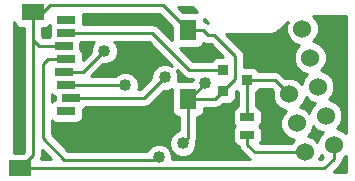
<source format=gtl>
G04 (created by PCBNEW-RS274X (2012-01-19 BZR 3256)-stable) date 12/05/2013 23:19:03*
G01*
G70*
G90*
%MOIN*%
G04 Gerber Fmt 3.4, Leading zero omitted, Abs format*
%FSLAX34Y34*%
G04 APERTURE LIST*
%ADD10C,0.006000*%
%ADD11C,0.060000*%
%ADD12R,0.059100X0.029500*%
%ADD13R,0.074800X0.055100*%
%ADD14R,0.055100X0.070900*%
%ADD15R,0.036000X0.036000*%
%ADD16R,0.045000X0.025000*%
%ADD17C,0.040000*%
%ADD18C,0.010000*%
G04 APERTURE END LIST*
G54D10*
G54D11*
X53729Y-37263D03*
X53280Y-39453D03*
X54246Y-39194D03*
X53211Y-35331D03*
X53021Y-38487D03*
X53987Y-38229D03*
X52763Y-37521D03*
X53470Y-36297D03*
G54D12*
X45340Y-35482D03*
X45340Y-35049D03*
X45261Y-35915D03*
X45340Y-36348D03*
X45340Y-38080D03*
X45497Y-37647D03*
X45340Y-37214D03*
X45261Y-36781D03*
G54D13*
X44218Y-34773D03*
X43785Y-39989D03*
G54D14*
X49395Y-35383D03*
X49395Y-37667D03*
G54D15*
X50575Y-37400D03*
X50575Y-36700D03*
X51375Y-37050D03*
G54D16*
X51375Y-38875D03*
X51375Y-38275D03*
G54D17*
X46600Y-36075D03*
X48625Y-36950D03*
X49225Y-39150D03*
X49975Y-37150D03*
X47300Y-37225D03*
X48425Y-39625D03*
G54D18*
X46600Y-36075D02*
X45894Y-36781D01*
X45894Y-36781D02*
X45261Y-36781D01*
X51375Y-39200D02*
X51375Y-38875D01*
X51628Y-39453D02*
X51375Y-39200D01*
X53280Y-39453D02*
X51628Y-39453D01*
X47928Y-37647D02*
X48625Y-36950D01*
X45497Y-37647D02*
X47928Y-37647D01*
X48562Y-34550D02*
X49395Y-35383D01*
X49395Y-38980D02*
X49395Y-37667D01*
X49458Y-37667D02*
X49395Y-37667D01*
X49975Y-37150D02*
X49458Y-37667D01*
X43785Y-39989D02*
X53936Y-39989D01*
X54246Y-39679D02*
X54246Y-39194D01*
X53936Y-39989D02*
X54246Y-39679D01*
X44218Y-34773D02*
X44577Y-34773D01*
X44218Y-39556D02*
X43785Y-39989D01*
X49225Y-39150D02*
X49395Y-38980D01*
X44218Y-35693D02*
X44440Y-35915D01*
X49883Y-35383D02*
X49395Y-35383D01*
X44440Y-35915D02*
X45261Y-35915D01*
X44218Y-34773D02*
X44218Y-35693D01*
X44218Y-35693D02*
X44218Y-39556D01*
X44577Y-34773D02*
X44800Y-34550D01*
X44800Y-34550D02*
X48562Y-34550D01*
X50050Y-35550D02*
X50275Y-35550D01*
X50975Y-37000D02*
X50575Y-37400D01*
X50975Y-36250D02*
X50975Y-37000D01*
X49395Y-37667D02*
X50308Y-37667D01*
X50308Y-37667D02*
X50575Y-37400D01*
X50275Y-35550D02*
X50975Y-36250D01*
X50050Y-35550D02*
X49883Y-35383D01*
X51375Y-37050D02*
X51375Y-38275D01*
X51375Y-37050D02*
X52292Y-37050D01*
X52292Y-37050D02*
X52763Y-37521D01*
X50575Y-36700D02*
X49425Y-36700D01*
X48207Y-35482D02*
X45340Y-35482D01*
X49425Y-36700D02*
X48207Y-35482D01*
X47300Y-37225D02*
X45351Y-37225D01*
X45351Y-37225D02*
X45340Y-37214D01*
X45340Y-36348D02*
X44727Y-36348D01*
X48350Y-39700D02*
X48425Y-39625D01*
X44727Y-36348D02*
X44550Y-36525D01*
X44550Y-36525D02*
X44550Y-38975D01*
X44550Y-38975D02*
X45275Y-39700D01*
X45275Y-39700D02*
X48350Y-39700D01*
G54D10*
G36*
X43918Y-39432D02*
X43885Y-39465D01*
X43605Y-39465D01*
X43605Y-35121D01*
X43633Y-35189D01*
X43703Y-35259D01*
X43794Y-35297D01*
X43893Y-35297D01*
X43918Y-35297D01*
X43918Y-35693D01*
X43918Y-39432D01*
X43918Y-39432D01*
G37*
G54D18*
X43918Y-39432D02*
X43885Y-39465D01*
X43605Y-39465D01*
X43605Y-35121D01*
X43633Y-35189D01*
X43703Y-35259D01*
X43794Y-35297D01*
X43893Y-35297D01*
X43918Y-35297D01*
X43918Y-35693D01*
X43918Y-39432D01*
G54D10*
G36*
X44804Y-35265D02*
X44796Y-35285D01*
X44796Y-35384D01*
X44796Y-35586D01*
X44767Y-35615D01*
X44564Y-35615D01*
X44518Y-35569D01*
X44518Y-35297D01*
X44641Y-35297D01*
X44733Y-35259D01*
X44795Y-35196D01*
X44796Y-35245D01*
X44804Y-35265D01*
X44804Y-35265D01*
G37*
G54D18*
X44804Y-35265D02*
X44796Y-35285D01*
X44796Y-35384D01*
X44796Y-35586D01*
X44767Y-35615D01*
X44564Y-35615D01*
X44518Y-35569D01*
X44518Y-35297D01*
X44641Y-35297D01*
X44733Y-35259D01*
X44795Y-35196D01*
X44796Y-35245D01*
X44804Y-35265D01*
G54D10*
G36*
X44840Y-39689D02*
X44482Y-39689D01*
X44495Y-39671D01*
X44518Y-39556D01*
X44518Y-39367D01*
X44840Y-39689D01*
X44840Y-39689D01*
G37*
G54D18*
X44840Y-39689D02*
X44482Y-39689D01*
X44495Y-39671D01*
X44518Y-39556D01*
X44518Y-39367D01*
X44840Y-39689D01*
G54D10*
G36*
X44953Y-37701D02*
X44904Y-37722D01*
X44850Y-37776D01*
X44850Y-37518D01*
X44904Y-37572D01*
X44953Y-37592D01*
X44953Y-37701D01*
X44953Y-37701D01*
G37*
G54D18*
X44953Y-37701D02*
X44904Y-37722D01*
X44850Y-37776D01*
X44850Y-37518D01*
X44904Y-37572D01*
X44953Y-37592D01*
X44953Y-37701D01*
G54D10*
G36*
X46258Y-35782D02*
X46220Y-35820D01*
X46151Y-35985D01*
X46151Y-36100D01*
X45884Y-36367D01*
X45884Y-36152D01*
X45846Y-36060D01*
X45805Y-36019D01*
X45805Y-36013D01*
X45805Y-35811D01*
X45834Y-35782D01*
X46258Y-35782D01*
X46258Y-35782D01*
G37*
G54D18*
X46258Y-35782D02*
X46220Y-35820D01*
X46151Y-35985D01*
X46151Y-36100D01*
X45884Y-36367D01*
X45884Y-36152D01*
X45846Y-36060D01*
X45805Y-36019D01*
X45805Y-36013D01*
X45805Y-35811D01*
X45834Y-35782D01*
X46258Y-35782D01*
G54D10*
G36*
X48864Y-36563D02*
X48715Y-36501D01*
X48536Y-36501D01*
X48371Y-36569D01*
X48245Y-36695D01*
X48176Y-36860D01*
X48176Y-36974D01*
X47803Y-37347D01*
X47735Y-37347D01*
X47749Y-37315D01*
X47749Y-37136D01*
X47681Y-36971D01*
X47555Y-36845D01*
X47390Y-36776D01*
X47211Y-36776D01*
X47046Y-36844D01*
X46965Y-36925D01*
X46174Y-36925D01*
X46575Y-36524D01*
X46689Y-36524D01*
X46854Y-36456D01*
X46980Y-36330D01*
X47049Y-36165D01*
X47049Y-35986D01*
X46981Y-35821D01*
X46942Y-35782D01*
X48083Y-35782D01*
X48864Y-36563D01*
X48864Y-36563D01*
G37*
G54D18*
X48864Y-36563D02*
X48715Y-36501D01*
X48536Y-36501D01*
X48371Y-36569D01*
X48245Y-36695D01*
X48176Y-36860D01*
X48176Y-36974D01*
X47803Y-37347D01*
X47735Y-37347D01*
X47749Y-37315D01*
X47749Y-37136D01*
X47681Y-36971D01*
X47555Y-36845D01*
X47390Y-36776D01*
X47211Y-36776D01*
X47046Y-36844D01*
X46965Y-36925D01*
X46174Y-36925D01*
X46575Y-36524D01*
X46689Y-36524D01*
X46854Y-36456D01*
X46980Y-36330D01*
X47049Y-36165D01*
X47049Y-35986D01*
X46981Y-35821D01*
X46942Y-35782D01*
X48083Y-35782D01*
X48864Y-36563D01*
G54D10*
G36*
X48871Y-35722D02*
X48419Y-35270D01*
X48322Y-35205D01*
X48207Y-35182D01*
X45884Y-35182D01*
X45885Y-35161D01*
X45884Y-35160D01*
X45884Y-35147D01*
X45884Y-34938D01*
X45885Y-34937D01*
X45884Y-34853D01*
X45882Y-34850D01*
X48438Y-34850D01*
X48871Y-35283D01*
X48871Y-35722D01*
X48871Y-35722D01*
G37*
G54D18*
X48871Y-35722D02*
X48419Y-35270D01*
X48322Y-35205D01*
X48207Y-35182D01*
X45884Y-35182D01*
X45885Y-35161D01*
X45884Y-35160D01*
X45884Y-35147D01*
X45884Y-34938D01*
X45885Y-34937D01*
X45884Y-34853D01*
X45882Y-34850D01*
X48438Y-34850D01*
X48871Y-35283D01*
X48871Y-35722D01*
G54D10*
G36*
X49551Y-37000D02*
X49526Y-37060D01*
X49526Y-37064D01*
X49071Y-37064D01*
X49062Y-37067D01*
X49074Y-37040D01*
X49074Y-36861D01*
X49012Y-36711D01*
X49213Y-36912D01*
X49310Y-36977D01*
X49425Y-37000D01*
X49551Y-37000D01*
X49551Y-37000D01*
G37*
G54D18*
X49551Y-37000D02*
X49526Y-37060D01*
X49526Y-37064D01*
X49071Y-37064D01*
X49062Y-37067D01*
X49074Y-37040D01*
X49074Y-36861D01*
X49012Y-36711D01*
X49213Y-36912D01*
X49310Y-36977D01*
X49425Y-37000D01*
X49551Y-37000D01*
G54D10*
G36*
X49695Y-34780D02*
X49621Y-34780D01*
X49216Y-34780D01*
X49061Y-34625D01*
X49540Y-34625D01*
X49695Y-34780D01*
X49695Y-34780D01*
G37*
G54D18*
X49695Y-34780D02*
X49621Y-34780D01*
X49216Y-34780D01*
X49061Y-34625D01*
X49540Y-34625D01*
X49695Y-34780D01*
G54D10*
G36*
X50067Y-35152D02*
X49998Y-35106D01*
X49919Y-35090D01*
X49919Y-35004D01*
X50067Y-35152D01*
X50067Y-35152D01*
G37*
G54D18*
X50067Y-35152D02*
X49998Y-35106D01*
X49919Y-35090D01*
X49919Y-35004D01*
X50067Y-35152D01*
G54D10*
G36*
X50572Y-36271D02*
X50346Y-36271D01*
X50254Y-36309D01*
X50184Y-36379D01*
X50175Y-36400D01*
X49549Y-36400D01*
X49135Y-35986D01*
X49169Y-35986D01*
X49719Y-35986D01*
X49811Y-35948D01*
X49881Y-35878D01*
X49909Y-35809D01*
X49935Y-35827D01*
X50050Y-35850D01*
X50151Y-35850D01*
X50572Y-36271D01*
X50572Y-36271D01*
G37*
G54D18*
X50572Y-36271D02*
X50346Y-36271D01*
X50254Y-36309D01*
X50184Y-36379D01*
X50175Y-36400D01*
X49549Y-36400D01*
X49135Y-35986D01*
X49169Y-35986D01*
X49719Y-35986D01*
X49811Y-35948D01*
X49881Y-35878D01*
X49909Y-35809D01*
X49935Y-35827D01*
X50050Y-35850D01*
X50151Y-35850D01*
X50572Y-36271D01*
G54D10*
G36*
X51451Y-39689D02*
X48874Y-39689D01*
X48874Y-39536D01*
X48806Y-39371D01*
X48680Y-39245D01*
X48515Y-39176D01*
X48336Y-39176D01*
X48171Y-39244D01*
X48045Y-39370D01*
X48032Y-39400D01*
X45399Y-39400D01*
X44850Y-38851D01*
X44850Y-38384D01*
X44904Y-38438D01*
X44995Y-38476D01*
X45094Y-38476D01*
X45228Y-38477D01*
X45229Y-38476D01*
X45451Y-38476D01*
X45452Y-38477D01*
X45586Y-38476D01*
X45684Y-38476D01*
X45685Y-38476D01*
X45776Y-38438D01*
X45846Y-38368D01*
X45884Y-38277D01*
X45884Y-38276D01*
X45885Y-38192D01*
X45884Y-38191D01*
X45884Y-38178D01*
X45884Y-38025D01*
X45933Y-38005D01*
X45991Y-37947D01*
X47928Y-37947D01*
X48043Y-37924D01*
X48140Y-37859D01*
X48600Y-37399D01*
X48714Y-37399D01*
X48871Y-37334D01*
X48871Y-37362D01*
X48871Y-38070D01*
X48909Y-38162D01*
X48979Y-38232D01*
X49070Y-38270D01*
X49095Y-38270D01*
X49095Y-38717D01*
X48971Y-38769D01*
X48845Y-38895D01*
X48776Y-39060D01*
X48776Y-39239D01*
X48844Y-39404D01*
X48970Y-39530D01*
X49135Y-39599D01*
X49314Y-39599D01*
X49479Y-39531D01*
X49605Y-39405D01*
X49674Y-39240D01*
X49674Y-39085D01*
X49695Y-38980D01*
X49695Y-38270D01*
X49719Y-38270D01*
X49811Y-38232D01*
X49881Y-38162D01*
X49919Y-38071D01*
X49919Y-37972D01*
X49919Y-37967D01*
X50308Y-37967D01*
X50423Y-37944D01*
X50520Y-37879D01*
X50570Y-37829D01*
X50804Y-37829D01*
X50896Y-37791D01*
X50966Y-37721D01*
X51004Y-37630D01*
X51004Y-37531D01*
X51004Y-37395D01*
X51006Y-37393D01*
X51054Y-37441D01*
X51075Y-37449D01*
X51075Y-37911D01*
X51009Y-37939D01*
X50939Y-38009D01*
X50901Y-38100D01*
X50901Y-38199D01*
X50901Y-38449D01*
X50939Y-38541D01*
X50973Y-38575D01*
X50939Y-38609D01*
X50901Y-38700D01*
X50901Y-38799D01*
X50901Y-39049D01*
X50939Y-39141D01*
X51009Y-39211D01*
X51083Y-39242D01*
X51098Y-39315D01*
X51163Y-39412D01*
X51415Y-39665D01*
X51416Y-39665D01*
X51451Y-39689D01*
X51451Y-39689D01*
G37*
G54D18*
X51451Y-39689D02*
X48874Y-39689D01*
X48874Y-39536D01*
X48806Y-39371D01*
X48680Y-39245D01*
X48515Y-39176D01*
X48336Y-39176D01*
X48171Y-39244D01*
X48045Y-39370D01*
X48032Y-39400D01*
X45399Y-39400D01*
X44850Y-38851D01*
X44850Y-38384D01*
X44904Y-38438D01*
X44995Y-38476D01*
X45094Y-38476D01*
X45228Y-38477D01*
X45229Y-38476D01*
X45451Y-38476D01*
X45452Y-38477D01*
X45586Y-38476D01*
X45684Y-38476D01*
X45685Y-38476D01*
X45776Y-38438D01*
X45846Y-38368D01*
X45884Y-38277D01*
X45884Y-38276D01*
X45885Y-38192D01*
X45884Y-38191D01*
X45884Y-38178D01*
X45884Y-38025D01*
X45933Y-38005D01*
X45991Y-37947D01*
X47928Y-37947D01*
X48043Y-37924D01*
X48140Y-37859D01*
X48600Y-37399D01*
X48714Y-37399D01*
X48871Y-37334D01*
X48871Y-37362D01*
X48871Y-38070D01*
X48909Y-38162D01*
X48979Y-38232D01*
X49070Y-38270D01*
X49095Y-38270D01*
X49095Y-38717D01*
X48971Y-38769D01*
X48845Y-38895D01*
X48776Y-39060D01*
X48776Y-39239D01*
X48844Y-39404D01*
X48970Y-39530D01*
X49135Y-39599D01*
X49314Y-39599D01*
X49479Y-39531D01*
X49605Y-39405D01*
X49674Y-39240D01*
X49674Y-39085D01*
X49695Y-38980D01*
X49695Y-38270D01*
X49719Y-38270D01*
X49811Y-38232D01*
X49881Y-38162D01*
X49919Y-38071D01*
X49919Y-37972D01*
X49919Y-37967D01*
X50308Y-37967D01*
X50423Y-37944D01*
X50520Y-37879D01*
X50570Y-37829D01*
X50804Y-37829D01*
X50896Y-37791D01*
X50966Y-37721D01*
X51004Y-37630D01*
X51004Y-37531D01*
X51004Y-37395D01*
X51006Y-37393D01*
X51054Y-37441D01*
X51075Y-37449D01*
X51075Y-37911D01*
X51009Y-37939D01*
X50939Y-38009D01*
X50901Y-38100D01*
X50901Y-38199D01*
X50901Y-38449D01*
X50939Y-38541D01*
X50973Y-38575D01*
X50939Y-38609D01*
X50901Y-38700D01*
X50901Y-38799D01*
X50901Y-39049D01*
X50939Y-39141D01*
X51009Y-39211D01*
X51083Y-39242D01*
X51098Y-39315D01*
X51163Y-39412D01*
X51415Y-39665D01*
X51416Y-39665D01*
X51451Y-39689D01*
G54D10*
G36*
X52921Y-39036D02*
X52815Y-39142D01*
X52810Y-39153D01*
X51799Y-39153D01*
X51811Y-39141D01*
X51849Y-39050D01*
X51849Y-38951D01*
X51849Y-38701D01*
X51811Y-38609D01*
X51777Y-38575D01*
X51811Y-38541D01*
X51849Y-38450D01*
X51849Y-38351D01*
X51849Y-38101D01*
X51811Y-38009D01*
X51741Y-37939D01*
X51675Y-37911D01*
X51675Y-37449D01*
X51696Y-37441D01*
X51766Y-37371D01*
X51774Y-37350D01*
X52168Y-37350D01*
X52218Y-37400D01*
X52214Y-37412D01*
X52214Y-37630D01*
X52298Y-37832D01*
X52452Y-37986D01*
X52654Y-38070D01*
X52662Y-38070D01*
X52556Y-38176D01*
X52472Y-38378D01*
X52472Y-38596D01*
X52556Y-38798D01*
X52710Y-38952D01*
X52912Y-39036D01*
X52921Y-39036D01*
X52921Y-39036D01*
G37*
G54D18*
X52921Y-39036D02*
X52815Y-39142D01*
X52810Y-39153D01*
X51799Y-39153D01*
X51811Y-39141D01*
X51849Y-39050D01*
X51849Y-38951D01*
X51849Y-38701D01*
X51811Y-38609D01*
X51777Y-38575D01*
X51811Y-38541D01*
X51849Y-38450D01*
X51849Y-38351D01*
X51849Y-38101D01*
X51811Y-38009D01*
X51741Y-37939D01*
X51675Y-37911D01*
X51675Y-37449D01*
X51696Y-37441D01*
X51766Y-37371D01*
X51774Y-37350D01*
X52168Y-37350D01*
X52218Y-37400D01*
X52214Y-37412D01*
X52214Y-37630D01*
X52298Y-37832D01*
X52452Y-37986D01*
X52654Y-38070D01*
X52662Y-38070D01*
X52556Y-38176D01*
X52472Y-38378D01*
X52472Y-38596D01*
X52556Y-38798D01*
X52710Y-38952D01*
X52912Y-39036D01*
X52921Y-39036D01*
G54D10*
G36*
X53370Y-36846D02*
X53336Y-36880D01*
X53264Y-36952D01*
X53180Y-37154D01*
X53180Y-37162D01*
X53074Y-37056D01*
X52872Y-36972D01*
X52654Y-36972D01*
X52642Y-36976D01*
X52504Y-36838D01*
X52407Y-36773D01*
X52292Y-36750D01*
X51774Y-36750D01*
X51766Y-36729D01*
X51696Y-36659D01*
X51605Y-36621D01*
X51506Y-36621D01*
X51275Y-36621D01*
X51275Y-36250D01*
X51274Y-36249D01*
X51252Y-36135D01*
X51187Y-36038D01*
X51186Y-36037D01*
X50649Y-35500D01*
X52075Y-35500D01*
X52175Y-35500D01*
X52299Y-35475D01*
X52405Y-35405D01*
X52715Y-35094D01*
X52662Y-35222D01*
X52662Y-35440D01*
X52746Y-35642D01*
X52900Y-35796D01*
X53102Y-35880D01*
X53111Y-35880D01*
X53005Y-35986D01*
X52921Y-36188D01*
X52921Y-36406D01*
X53005Y-36608D01*
X53159Y-36762D01*
X53361Y-36846D01*
X53370Y-36846D01*
X53370Y-36846D01*
G37*
G54D18*
X53370Y-36846D02*
X53336Y-36880D01*
X53264Y-36952D01*
X53180Y-37154D01*
X53180Y-37162D01*
X53074Y-37056D01*
X52872Y-36972D01*
X52654Y-36972D01*
X52642Y-36976D01*
X52504Y-36838D01*
X52407Y-36773D01*
X52292Y-36750D01*
X51774Y-36750D01*
X51766Y-36729D01*
X51696Y-36659D01*
X51605Y-36621D01*
X51506Y-36621D01*
X51275Y-36621D01*
X51275Y-36250D01*
X51274Y-36249D01*
X51252Y-36135D01*
X51187Y-36038D01*
X51186Y-36037D01*
X50649Y-35500D01*
X52075Y-35500D01*
X52175Y-35500D01*
X52299Y-35475D01*
X52405Y-35405D01*
X52715Y-35094D01*
X52662Y-35222D01*
X52662Y-35440D01*
X52746Y-35642D01*
X52900Y-35796D01*
X53102Y-35880D01*
X53111Y-35880D01*
X53005Y-35986D01*
X52921Y-36188D01*
X52921Y-36406D01*
X53005Y-36608D01*
X53159Y-36762D01*
X53361Y-36846D01*
X53370Y-36846D01*
G54D10*
G36*
X53628Y-37812D02*
X53522Y-37918D01*
X53438Y-38120D01*
X53438Y-38128D01*
X53332Y-38022D01*
X53130Y-37938D01*
X53122Y-37938D01*
X53228Y-37832D01*
X53312Y-37630D01*
X53312Y-37622D01*
X53346Y-37656D01*
X53418Y-37728D01*
X53620Y-37812D01*
X53628Y-37812D01*
X53628Y-37812D01*
G37*
G54D18*
X53628Y-37812D02*
X53522Y-37918D01*
X53438Y-38120D01*
X53438Y-38128D01*
X53332Y-38022D01*
X53130Y-37938D01*
X53122Y-37938D01*
X53228Y-37832D01*
X53312Y-37630D01*
X53312Y-37622D01*
X53346Y-37656D01*
X53418Y-37728D01*
X53620Y-37812D01*
X53628Y-37812D01*
G54D10*
G36*
X53886Y-38778D02*
X53781Y-38883D01*
X53697Y-39085D01*
X53697Y-39094D01*
X53591Y-38988D01*
X53389Y-38904D01*
X53380Y-38904D01*
X53486Y-38798D01*
X53570Y-38596D01*
X53570Y-38588D01*
X53676Y-38694D01*
X53878Y-38778D01*
X53886Y-38778D01*
X53886Y-38778D01*
G37*
G54D18*
X53886Y-38778D02*
X53781Y-38883D01*
X53697Y-39085D01*
X53697Y-39094D01*
X53591Y-38988D01*
X53389Y-38904D01*
X53380Y-38904D01*
X53486Y-38798D01*
X53570Y-38596D01*
X53570Y-38588D01*
X53676Y-38694D01*
X53878Y-38778D01*
X53886Y-38778D01*
G54D10*
G36*
X53888Y-39612D02*
X53812Y-39689D01*
X53776Y-39689D01*
X53829Y-39562D01*
X53829Y-39553D01*
X53888Y-39612D01*
X53888Y-39612D01*
G37*
G54D18*
X53888Y-39612D02*
X53812Y-39689D01*
X53776Y-39689D01*
X53829Y-39562D01*
X53829Y-39553D01*
X53888Y-39612D01*
G54D10*
G36*
X54650Y-38822D02*
X54557Y-38729D01*
X54355Y-38645D01*
X54347Y-38645D01*
X54452Y-38540D01*
X54536Y-38338D01*
X54536Y-38120D01*
X54452Y-37918D01*
X54298Y-37764D01*
X54096Y-37680D01*
X54088Y-37680D01*
X54122Y-37646D01*
X54194Y-37574D01*
X54278Y-37372D01*
X54278Y-37154D01*
X54194Y-36952D01*
X54112Y-36870D01*
X54040Y-36798D01*
X53838Y-36714D01*
X53829Y-36714D01*
X53935Y-36608D01*
X54019Y-36406D01*
X54019Y-36188D01*
X53935Y-35986D01*
X53781Y-35832D01*
X53579Y-35748D01*
X53570Y-35748D01*
X53676Y-35642D01*
X53760Y-35440D01*
X53760Y-35222D01*
X53676Y-35020D01*
X53556Y-34900D01*
X54650Y-34900D01*
X54650Y-38822D01*
X54650Y-38822D01*
G37*
G54D18*
X54650Y-38822D02*
X54557Y-38729D01*
X54355Y-38645D01*
X54347Y-38645D01*
X54452Y-38540D01*
X54536Y-38338D01*
X54536Y-38120D01*
X54452Y-37918D01*
X54298Y-37764D01*
X54096Y-37680D01*
X54088Y-37680D01*
X54122Y-37646D01*
X54194Y-37574D01*
X54278Y-37372D01*
X54278Y-37154D01*
X54194Y-36952D01*
X54112Y-36870D01*
X54040Y-36798D01*
X53838Y-36714D01*
X53829Y-36714D01*
X53935Y-36608D01*
X54019Y-36406D01*
X54019Y-36188D01*
X53935Y-35986D01*
X53781Y-35832D01*
X53579Y-35748D01*
X53570Y-35748D01*
X53676Y-35642D01*
X53760Y-35440D01*
X53760Y-35222D01*
X53676Y-35020D01*
X53556Y-34900D01*
X54650Y-34900D01*
X54650Y-38822D01*
G54D10*
G36*
X54650Y-40100D02*
X54318Y-40100D01*
X54299Y-40096D01*
X54253Y-40096D01*
X54458Y-39891D01*
X54523Y-39794D01*
X54546Y-39679D01*
X54546Y-39663D01*
X54557Y-39659D01*
X54650Y-39566D01*
X54650Y-40100D01*
X54650Y-40100D01*
G37*
G54D18*
X54650Y-40100D02*
X54318Y-40100D01*
X54299Y-40096D01*
X54253Y-40096D01*
X54458Y-39891D01*
X54523Y-39794D01*
X54546Y-39679D01*
X54546Y-39663D01*
X54557Y-39659D01*
X54650Y-39566D01*
X54650Y-40100D01*
M02*

</source>
